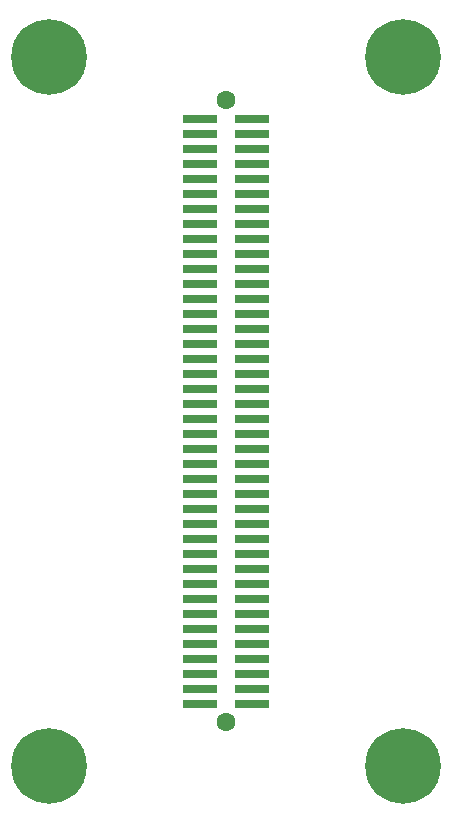
<source format=gbr>
G04 #@! TF.GenerationSoftware,KiCad,Pcbnew,(5.0.0-rc2-dev-107-g49486b83b)*
G04 #@! TF.CreationDate,2018-03-27T00:01:31+08:00*
G04 #@! TF.ProjectId,ebox-i2c-eeprom,65626F782D6932632D656570726F6D2E,rev?*
G04 #@! TF.SameCoordinates,Original*
G04 #@! TF.FileFunction,Soldermask,Top*
G04 #@! TF.FilePolarity,Negative*
%FSLAX46Y46*%
G04 Gerber Fmt 4.6, Leading zero omitted, Abs format (unit mm)*
G04 Created by KiCad (PCBNEW (5.0.0-rc2-dev-107-g49486b83b)) date 03/27/18 00:01:31*
%MOMM*%
%LPD*%
G01*
G04 APERTURE LIST*
%ADD10C,1.600000*%
%ADD11R,2.900000X0.740000*%
%ADD12C,0.800000*%
%ADD13C,6.400000*%
G04 APERTURE END LIST*
D10*
X22500000Y-63839800D03*
X22500000Y-11122100D03*
D11*
X24700000Y-62265000D03*
X20300000Y-62265000D03*
X24700000Y-60995000D03*
X20300000Y-60995000D03*
X24700000Y-59725000D03*
X20300000Y-59725000D03*
X24700000Y-58455000D03*
X20300000Y-58455000D03*
X24700000Y-57185000D03*
X20300000Y-57185000D03*
X24700000Y-55915000D03*
X20300000Y-55915000D03*
X24700000Y-54645000D03*
X20300000Y-54645000D03*
X24700000Y-53375000D03*
X20300000Y-53375000D03*
X24700000Y-52105000D03*
X20300000Y-52105000D03*
X24700000Y-50835000D03*
X20300000Y-50835000D03*
X24700000Y-49565000D03*
X20300000Y-49565000D03*
X24700000Y-48295000D03*
X20300000Y-48295000D03*
X24700000Y-47025000D03*
X20300000Y-47025000D03*
X24700000Y-45755000D03*
X20300000Y-45755000D03*
X24700000Y-44485000D03*
X20300000Y-44485000D03*
X24700000Y-43215000D03*
X20300000Y-43215000D03*
X24700000Y-41945000D03*
X20300000Y-41945000D03*
X24700000Y-40675000D03*
X20300000Y-40675000D03*
X24700000Y-39405000D03*
X20300000Y-39405000D03*
X24700000Y-38135000D03*
X20300000Y-38135000D03*
X24700000Y-36865000D03*
X20300000Y-36865000D03*
X24700000Y-35595000D03*
X20300000Y-35595000D03*
X24700000Y-34325000D03*
X20300000Y-34325000D03*
X24700000Y-33055000D03*
X20300000Y-33055000D03*
X24700000Y-31785000D03*
X20300000Y-31785000D03*
X24700000Y-30515000D03*
X20300000Y-30515000D03*
X24700000Y-29245000D03*
X20300000Y-29245000D03*
X24700000Y-27975000D03*
X20300000Y-27975000D03*
X24700000Y-26705000D03*
X20300000Y-26705000D03*
X24700000Y-25435000D03*
X20300000Y-25435000D03*
X24700000Y-24165000D03*
X20300000Y-24165000D03*
X24700000Y-22895000D03*
X20300000Y-22895000D03*
X24700000Y-21625000D03*
X20300000Y-21625000D03*
X24700000Y-20355000D03*
X20300000Y-20355000D03*
X24700000Y-19085000D03*
X20300000Y-19085000D03*
X24700000Y-17815000D03*
X20300000Y-17815000D03*
X24700000Y-16545000D03*
X20300000Y-16545000D03*
X24700000Y-15275000D03*
X20300000Y-15275000D03*
X24700000Y-14005000D03*
X20300000Y-14005000D03*
X24700000Y-12735000D03*
X20300000Y-12735000D03*
D10*
X22512700Y-11122100D03*
X22500000Y-63839800D03*
D12*
X9197056Y-5802944D03*
X7500000Y-5100000D03*
X5802944Y-5802944D03*
X5100000Y-7500000D03*
X5802944Y-9197056D03*
X7500000Y-9900000D03*
X9197056Y-9197056D03*
X9900000Y-7500000D03*
D13*
X7500000Y-7500000D03*
D12*
X39197056Y-5802944D03*
X37500000Y-5100000D03*
X35802944Y-5802944D03*
X35100000Y-7500000D03*
X35802944Y-9197056D03*
X37500000Y-9900000D03*
X39197056Y-9197056D03*
X39900000Y-7500000D03*
D13*
X37500000Y-7500000D03*
D12*
X9197056Y-65802944D03*
X7500000Y-65100000D03*
X5802944Y-65802944D03*
X5100000Y-67500000D03*
X5802944Y-69197056D03*
X7500000Y-69900000D03*
X9197056Y-69197056D03*
X9900000Y-67500000D03*
D13*
X7500000Y-67500000D03*
D12*
X39197056Y-65802944D03*
X37500000Y-65100000D03*
X35802944Y-65802944D03*
X35100000Y-67500000D03*
X35802944Y-69197056D03*
X37500000Y-69900000D03*
X39197056Y-69197056D03*
X39900000Y-67500000D03*
D13*
X37500000Y-67500000D03*
M02*

</source>
